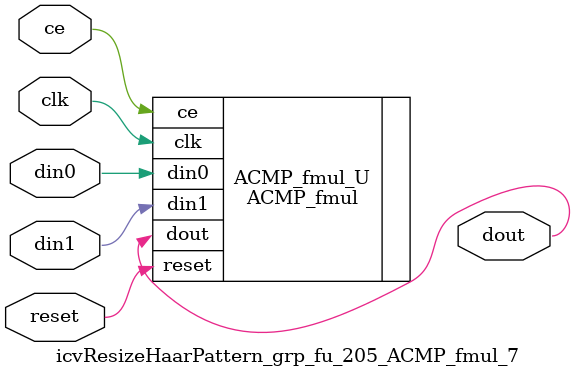
<source format=v>

`timescale 1 ns / 1 ps
module icvResizeHaarPattern_grp_fu_205_ACMP_fmul_7(
    clk,
    reset,
    ce,
    din0,
    din1,
    dout);

parameter ID = 32'd1;
parameter NUM_STAGE = 32'd1;
parameter din0_WIDTH = 32'd1;
parameter din1_WIDTH = 32'd1;
parameter dout_WIDTH = 32'd1;
input clk;
input reset;
input ce;
input[din0_WIDTH - 1:0] din0;
input[din1_WIDTH - 1:0] din1;
output[dout_WIDTH - 1:0] dout;



ACMP_fmul #(
.ID( ID ),
.NUM_STAGE( 4 ),
.din0_WIDTH( din0_WIDTH ),
.din1_WIDTH( din1_WIDTH ),
.dout_WIDTH( dout_WIDTH ))
ACMP_fmul_U(
    .clk( clk ),
    .reset( reset ),
    .ce( ce ),
    .din0( din0 ),
    .din1( din1 ),
    .dout( dout ));

endmodule

</source>
